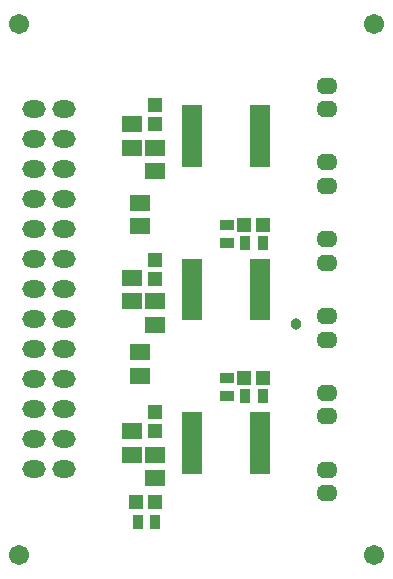
<source format=gbr>
G04*
G04 #@! TF.GenerationSoftware,Altium Limited,Altium Designer,24.10.1 (45)*
G04*
G04 Layer_Color=8388736*
%FSLAX44Y44*%
%MOMM*%
G71*
G04*
G04 #@! TF.SameCoordinates,13406729-6A9E-4D45-95CC-4102649AE279*
G04*
G04*
G04 #@! TF.FilePolarity,Negative*
G04*
G01*
G75*
%ADD20R,1.7032X0.6532*%
%ADD21R,0.9532X1.2032*%
%ADD22R,1.6532X1.3532*%
%ADD23R,1.1532X1.2032*%
%ADD24R,1.2032X1.1532*%
%ADD25R,1.2032X0.9532*%
%ADD26O,1.8032X1.4032*%
%ADD27O,1.9812X1.4732*%
%ADD28C,1.7032*%
%ADD29C,0.9652*%
D20*
X171000Y110250D02*
D03*
Y116750D02*
D03*
Y103750D02*
D03*
Y129750D02*
D03*
Y123250D02*
D03*
Y142750D02*
D03*
Y136250D02*
D03*
Y97250D02*
D03*
X229000Y110250D02*
D03*
Y116750D02*
D03*
Y103750D02*
D03*
Y129750D02*
D03*
Y123250D02*
D03*
Y142750D02*
D03*
Y136250D02*
D03*
Y97250D02*
D03*
X171000Y396250D02*
D03*
X171000Y402750D02*
D03*
X171000Y370250D02*
D03*
X171000Y376750D02*
D03*
Y363750D02*
D03*
Y389750D02*
D03*
X171000Y383250D02*
D03*
Y357250D02*
D03*
X229000Y370250D02*
D03*
X229000Y376750D02*
D03*
Y363750D02*
D03*
Y389750D02*
D03*
X229000Y383250D02*
D03*
X229000Y402750D02*
D03*
X229000Y396250D02*
D03*
X229000Y357250D02*
D03*
X171000Y240250D02*
D03*
Y246750D02*
D03*
Y233750D02*
D03*
Y259750D02*
D03*
Y253250D02*
D03*
Y272750D02*
D03*
Y266250D02*
D03*
Y227250D02*
D03*
X229000Y240250D02*
D03*
Y246750D02*
D03*
X229000Y233750D02*
D03*
X229000Y259750D02*
D03*
Y253250D02*
D03*
Y272750D02*
D03*
Y266250D02*
D03*
Y227250D02*
D03*
D21*
X125000Y53340D02*
D03*
X140000D02*
D03*
X216020Y160140D02*
D03*
X231020D02*
D03*
Y289680D02*
D03*
X216020Y289680D02*
D03*
D22*
X127000Y176850D02*
D03*
Y196850D02*
D03*
X120000Y390000D02*
D03*
X120000Y370000D02*
D03*
X140000D02*
D03*
Y350000D02*
D03*
X120000Y260000D02*
D03*
Y240000D02*
D03*
X140000D02*
D03*
Y220000D02*
D03*
X120000Y130000D02*
D03*
Y110000D02*
D03*
X140000Y90000D02*
D03*
X140000Y110000D02*
D03*
X127000Y303500D02*
D03*
Y323500D02*
D03*
D23*
X124000Y69850D02*
D03*
X140000D02*
D03*
X231520Y175260D02*
D03*
X215520D02*
D03*
Y304680D02*
D03*
X231520D02*
D03*
D24*
X140000Y406000D02*
D03*
Y390000D02*
D03*
X139700Y258700D02*
D03*
Y274700D02*
D03*
X140000Y130000D02*
D03*
Y146000D02*
D03*
D25*
X200660Y160140D02*
D03*
Y175140D02*
D03*
X200660Y304680D02*
D03*
X200660Y289680D02*
D03*
D26*
X285000Y162500D02*
D03*
Y142500D02*
D03*
Y337500D02*
D03*
Y357500D02*
D03*
Y402500D02*
D03*
Y422500D02*
D03*
Y207500D02*
D03*
Y227500D02*
D03*
Y292500D02*
D03*
Y272500D02*
D03*
Y77500D02*
D03*
Y97500D02*
D03*
D27*
X62700Y377000D02*
D03*
X62700Y402400D02*
D03*
X62700Y199200D02*
D03*
X37300Y199200D02*
D03*
Y173800D02*
D03*
X62700D02*
D03*
Y224600D02*
D03*
X37300D02*
D03*
X62700Y351600D02*
D03*
X37300Y326200D02*
D03*
Y377000D02*
D03*
Y402400D02*
D03*
Y275400D02*
D03*
X37300Y250000D02*
D03*
X37300Y351600D02*
D03*
Y300800D02*
D03*
X62700Y300800D02*
D03*
Y250000D02*
D03*
Y275400D02*
D03*
X62700Y326200D02*
D03*
X37300Y148400D02*
D03*
X62700Y148400D02*
D03*
Y97600D02*
D03*
X37300D02*
D03*
Y123000D02*
D03*
X62700Y123000D02*
D03*
D28*
X25000Y475000D02*
D03*
X325000D02*
D03*
Y25000D02*
D03*
X25000D02*
D03*
D29*
X259080Y220980D02*
D03*
M02*

</source>
